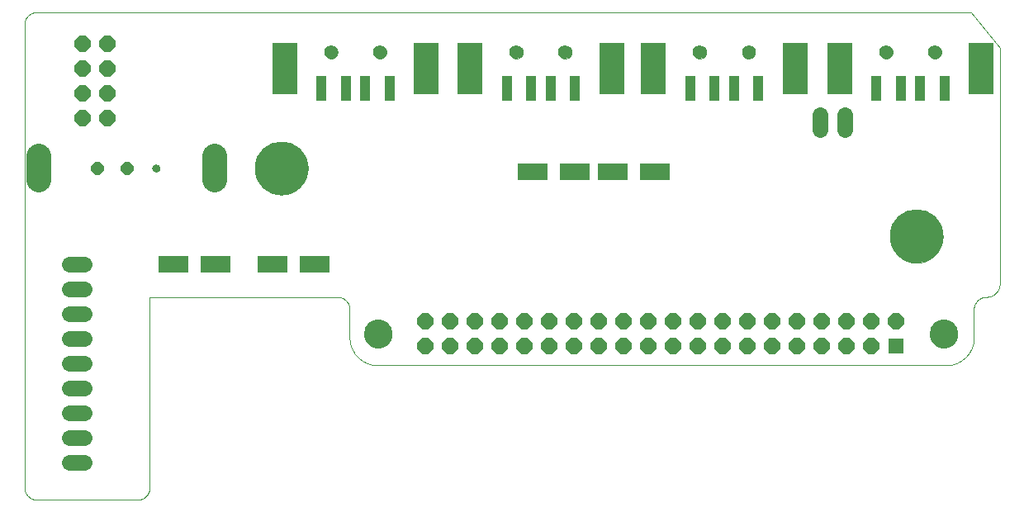
<source format=gbs>
G75*
%MOIN*%
%OFA0B0*%
%FSLAX25Y25*%
%IPPOS*%
%LPD*%
%AMOC8*
5,1,8,0,0,1.08239X$1,22.5*
%
%ADD10C,0.00000*%
%ADD11C,0.21660*%
%ADD12R,0.06400X0.06400*%
%ADD13OC8,0.06400*%
%ADD14C,0.11424*%
%ADD15R,0.12211X0.06699*%
%ADD16C,0.05518*%
%ADD17R,0.03943X0.10243*%
%ADD18R,0.10243X0.20676*%
%ADD19C,0.06400*%
%ADD20OC8,0.05156*%
%ADD21C,0.09849*%
%ADD22C,0.03156*%
D10*
X0009059Y0004256D02*
X0049643Y0004256D01*
X0049783Y0004258D01*
X0049923Y0004264D01*
X0050063Y0004274D01*
X0050203Y0004287D01*
X0050342Y0004305D01*
X0050481Y0004327D01*
X0050618Y0004352D01*
X0050756Y0004381D01*
X0050892Y0004414D01*
X0051027Y0004451D01*
X0051161Y0004492D01*
X0051294Y0004537D01*
X0051426Y0004585D01*
X0051556Y0004637D01*
X0051685Y0004692D01*
X0051812Y0004751D01*
X0051938Y0004814D01*
X0052062Y0004880D01*
X0052183Y0004949D01*
X0052303Y0005022D01*
X0052421Y0005099D01*
X0052536Y0005178D01*
X0052650Y0005261D01*
X0052760Y0005347D01*
X0052869Y0005436D01*
X0052975Y0005528D01*
X0053078Y0005623D01*
X0053179Y0005720D01*
X0053276Y0005821D01*
X0053371Y0005924D01*
X0053463Y0006030D01*
X0053552Y0006139D01*
X0053638Y0006249D01*
X0053721Y0006363D01*
X0053800Y0006478D01*
X0053877Y0006596D01*
X0053950Y0006716D01*
X0054019Y0006837D01*
X0054085Y0006961D01*
X0054148Y0007087D01*
X0054207Y0007214D01*
X0054262Y0007343D01*
X0054314Y0007473D01*
X0054362Y0007605D01*
X0054407Y0007738D01*
X0054448Y0007872D01*
X0054485Y0008007D01*
X0054518Y0008143D01*
X0054547Y0008281D01*
X0054572Y0008418D01*
X0054594Y0008557D01*
X0054612Y0008696D01*
X0054625Y0008836D01*
X0054635Y0008976D01*
X0054641Y0009116D01*
X0054643Y0009256D01*
X0054643Y0086146D01*
X0130358Y0086146D01*
X0130498Y0086144D01*
X0130638Y0086138D01*
X0130778Y0086128D01*
X0130918Y0086115D01*
X0131057Y0086097D01*
X0131196Y0086075D01*
X0131333Y0086050D01*
X0131471Y0086021D01*
X0131607Y0085988D01*
X0131742Y0085951D01*
X0131876Y0085910D01*
X0132009Y0085865D01*
X0132141Y0085817D01*
X0132271Y0085765D01*
X0132400Y0085710D01*
X0132527Y0085651D01*
X0132653Y0085588D01*
X0132777Y0085522D01*
X0132898Y0085453D01*
X0133018Y0085380D01*
X0133136Y0085303D01*
X0133251Y0085224D01*
X0133365Y0085141D01*
X0133475Y0085055D01*
X0133584Y0084966D01*
X0133690Y0084874D01*
X0133793Y0084779D01*
X0133894Y0084682D01*
X0133991Y0084581D01*
X0134086Y0084478D01*
X0134178Y0084372D01*
X0134267Y0084263D01*
X0134353Y0084153D01*
X0134436Y0084039D01*
X0134515Y0083924D01*
X0134592Y0083806D01*
X0134665Y0083686D01*
X0134734Y0083565D01*
X0134800Y0083441D01*
X0134863Y0083315D01*
X0134922Y0083188D01*
X0134977Y0083059D01*
X0135029Y0082929D01*
X0135077Y0082797D01*
X0135122Y0082664D01*
X0135163Y0082530D01*
X0135200Y0082395D01*
X0135233Y0082259D01*
X0135262Y0082121D01*
X0135287Y0081984D01*
X0135309Y0081845D01*
X0135327Y0081706D01*
X0135340Y0081566D01*
X0135350Y0081426D01*
X0135356Y0081286D01*
X0135358Y0081146D01*
X0135358Y0069217D01*
X0135359Y0069216D02*
X0135376Y0068945D01*
X0135400Y0068675D01*
X0135431Y0068405D01*
X0135468Y0068136D01*
X0135512Y0067868D01*
X0135562Y0067601D01*
X0135618Y0067336D01*
X0135681Y0067072D01*
X0135750Y0066809D01*
X0135826Y0066548D01*
X0135908Y0066289D01*
X0135996Y0066033D01*
X0136090Y0065778D01*
X0136191Y0065526D01*
X0136297Y0065276D01*
X0136410Y0065029D01*
X0136528Y0064785D01*
X0136652Y0064543D01*
X0136782Y0064305D01*
X0136918Y0064070D01*
X0137060Y0063838D01*
X0137207Y0063610D01*
X0137359Y0063385D01*
X0137517Y0063164D01*
X0137680Y0062947D01*
X0137849Y0062734D01*
X0138022Y0062525D01*
X0138200Y0062320D01*
X0138384Y0062120D01*
X0138572Y0061924D01*
X0138765Y0061733D01*
X0138962Y0061547D01*
X0139164Y0061365D01*
X0139370Y0061188D01*
X0139580Y0061017D01*
X0139795Y0060850D01*
X0140013Y0060689D01*
X0140236Y0060533D01*
X0140462Y0060382D01*
X0140691Y0060237D01*
X0140924Y0060098D01*
X0141160Y0059964D01*
X0141400Y0059836D01*
X0141642Y0059714D01*
X0141887Y0059597D01*
X0142136Y0059487D01*
X0142386Y0059383D01*
X0142639Y0059284D01*
X0142895Y0059192D01*
X0143152Y0059106D01*
X0143412Y0059027D01*
X0143673Y0058953D01*
X0143936Y0058886D01*
X0144201Y0058826D01*
X0144467Y0058771D01*
X0144734Y0058723D01*
X0145003Y0058682D01*
X0145272Y0058647D01*
X0145542Y0058619D01*
X0145813Y0058597D01*
X0146084Y0058582D01*
X0146355Y0058573D01*
X0146627Y0058571D01*
X0146898Y0058576D01*
X0147170Y0058587D01*
X0147169Y0058587D02*
X0375516Y0058587D01*
X0375515Y0058587D02*
X0375787Y0058576D01*
X0376058Y0058571D01*
X0376330Y0058573D01*
X0376601Y0058582D01*
X0376872Y0058597D01*
X0377143Y0058619D01*
X0377413Y0058647D01*
X0377682Y0058682D01*
X0377951Y0058723D01*
X0378218Y0058771D01*
X0378484Y0058826D01*
X0378749Y0058886D01*
X0379012Y0058953D01*
X0379273Y0059027D01*
X0379533Y0059106D01*
X0379790Y0059192D01*
X0380046Y0059284D01*
X0380299Y0059383D01*
X0380549Y0059487D01*
X0380798Y0059597D01*
X0381043Y0059714D01*
X0381285Y0059836D01*
X0381525Y0059964D01*
X0381761Y0060098D01*
X0381994Y0060237D01*
X0382223Y0060382D01*
X0382449Y0060533D01*
X0382672Y0060689D01*
X0382890Y0060850D01*
X0383105Y0061017D01*
X0383315Y0061188D01*
X0383521Y0061365D01*
X0383723Y0061547D01*
X0383920Y0061733D01*
X0384113Y0061924D01*
X0384301Y0062120D01*
X0384485Y0062320D01*
X0384663Y0062525D01*
X0384836Y0062734D01*
X0385005Y0062947D01*
X0385168Y0063164D01*
X0385326Y0063385D01*
X0385478Y0063610D01*
X0385625Y0063838D01*
X0385767Y0064070D01*
X0385903Y0064305D01*
X0386033Y0064543D01*
X0386157Y0064785D01*
X0386275Y0065029D01*
X0386388Y0065276D01*
X0386494Y0065526D01*
X0386595Y0065778D01*
X0386689Y0066033D01*
X0386777Y0066289D01*
X0386859Y0066548D01*
X0386935Y0066809D01*
X0387004Y0067072D01*
X0387067Y0067336D01*
X0387123Y0067601D01*
X0387173Y0067868D01*
X0387217Y0068136D01*
X0387254Y0068405D01*
X0387285Y0068675D01*
X0387309Y0068945D01*
X0387326Y0069216D01*
X0387327Y0069217D02*
X0387327Y0081146D01*
X0387329Y0081286D01*
X0387335Y0081426D01*
X0387345Y0081566D01*
X0387358Y0081706D01*
X0387376Y0081845D01*
X0387398Y0081984D01*
X0387423Y0082121D01*
X0387452Y0082259D01*
X0387485Y0082395D01*
X0387522Y0082530D01*
X0387563Y0082664D01*
X0387608Y0082797D01*
X0387656Y0082929D01*
X0387708Y0083059D01*
X0387763Y0083188D01*
X0387822Y0083315D01*
X0387885Y0083441D01*
X0387951Y0083565D01*
X0388020Y0083686D01*
X0388093Y0083806D01*
X0388170Y0083924D01*
X0388249Y0084039D01*
X0388332Y0084153D01*
X0388418Y0084263D01*
X0388507Y0084372D01*
X0388599Y0084478D01*
X0388694Y0084581D01*
X0388791Y0084682D01*
X0388892Y0084779D01*
X0388995Y0084874D01*
X0389101Y0084966D01*
X0389210Y0085055D01*
X0389320Y0085141D01*
X0389434Y0085224D01*
X0389549Y0085303D01*
X0389667Y0085380D01*
X0389787Y0085453D01*
X0389908Y0085522D01*
X0390032Y0085588D01*
X0390158Y0085651D01*
X0390285Y0085710D01*
X0390414Y0085765D01*
X0390544Y0085817D01*
X0390676Y0085865D01*
X0390809Y0085910D01*
X0390943Y0085951D01*
X0391078Y0085988D01*
X0391214Y0086021D01*
X0391352Y0086050D01*
X0391489Y0086075D01*
X0391628Y0086097D01*
X0391767Y0086115D01*
X0391907Y0086128D01*
X0392047Y0086138D01*
X0392187Y0086144D01*
X0392327Y0086146D01*
X0392471Y0086145D01*
X0392615Y0086148D01*
X0392759Y0086155D01*
X0392903Y0086167D01*
X0393047Y0086181D01*
X0393190Y0086200D01*
X0393332Y0086223D01*
X0393474Y0086249D01*
X0393615Y0086280D01*
X0393756Y0086314D01*
X0393895Y0086352D01*
X0394033Y0086393D01*
X0394170Y0086439D01*
X0394306Y0086488D01*
X0394440Y0086541D01*
X0394573Y0086597D01*
X0394704Y0086657D01*
X0394834Y0086720D01*
X0394962Y0086787D01*
X0395088Y0086858D01*
X0395212Y0086932D01*
X0395334Y0087009D01*
X0395453Y0087089D01*
X0395571Y0087173D01*
X0395686Y0087260D01*
X0395799Y0087349D01*
X0395910Y0087442D01*
X0396018Y0087538D01*
X0396123Y0087637D01*
X0396225Y0087738D01*
X0396325Y0087843D01*
X0396422Y0087950D01*
X0396516Y0088059D01*
X0396607Y0088171D01*
X0396695Y0088286D01*
X0396780Y0088402D01*
X0396861Y0088522D01*
X0396940Y0088643D01*
X0397015Y0088766D01*
X0397086Y0088891D01*
X0397155Y0089018D01*
X0397219Y0089147D01*
X0397281Y0089278D01*
X0397338Y0089410D01*
X0397392Y0089544D01*
X0397443Y0089679D01*
X0397490Y0089816D01*
X0397533Y0089954D01*
X0397572Y0090093D01*
X0397607Y0090232D01*
X0397639Y0090373D01*
X0397667Y0090515D01*
X0397691Y0090657D01*
X0397711Y0090800D01*
X0397728Y0090943D01*
X0397740Y0091087D01*
X0397748Y0091231D01*
X0397753Y0091376D01*
X0397753Y0091375D02*
X0397753Y0186736D01*
X0386146Y0201106D01*
X0009059Y0201106D01*
X0008919Y0201104D01*
X0008779Y0201098D01*
X0008639Y0201088D01*
X0008499Y0201075D01*
X0008360Y0201057D01*
X0008221Y0201035D01*
X0008084Y0201010D01*
X0007946Y0200981D01*
X0007810Y0200948D01*
X0007675Y0200911D01*
X0007541Y0200870D01*
X0007408Y0200825D01*
X0007276Y0200777D01*
X0007146Y0200725D01*
X0007017Y0200670D01*
X0006890Y0200611D01*
X0006764Y0200548D01*
X0006640Y0200482D01*
X0006519Y0200413D01*
X0006399Y0200340D01*
X0006281Y0200263D01*
X0006166Y0200184D01*
X0006052Y0200101D01*
X0005942Y0200015D01*
X0005833Y0199926D01*
X0005727Y0199834D01*
X0005624Y0199739D01*
X0005523Y0199642D01*
X0005426Y0199541D01*
X0005331Y0199438D01*
X0005239Y0199332D01*
X0005150Y0199223D01*
X0005064Y0199113D01*
X0004981Y0198999D01*
X0004902Y0198884D01*
X0004825Y0198766D01*
X0004752Y0198646D01*
X0004683Y0198525D01*
X0004617Y0198401D01*
X0004554Y0198275D01*
X0004495Y0198148D01*
X0004440Y0198019D01*
X0004388Y0197889D01*
X0004340Y0197757D01*
X0004295Y0197624D01*
X0004254Y0197490D01*
X0004217Y0197355D01*
X0004184Y0197219D01*
X0004155Y0197081D01*
X0004130Y0196944D01*
X0004108Y0196805D01*
X0004090Y0196666D01*
X0004077Y0196526D01*
X0004067Y0196386D01*
X0004061Y0196246D01*
X0004059Y0196106D01*
X0004059Y0009256D01*
X0004061Y0009116D01*
X0004067Y0008976D01*
X0004077Y0008836D01*
X0004090Y0008696D01*
X0004108Y0008557D01*
X0004130Y0008418D01*
X0004155Y0008281D01*
X0004184Y0008143D01*
X0004217Y0008007D01*
X0004254Y0007872D01*
X0004295Y0007738D01*
X0004340Y0007605D01*
X0004388Y0007473D01*
X0004440Y0007343D01*
X0004495Y0007214D01*
X0004554Y0007087D01*
X0004617Y0006961D01*
X0004683Y0006837D01*
X0004752Y0006716D01*
X0004825Y0006596D01*
X0004902Y0006478D01*
X0004981Y0006363D01*
X0005064Y0006249D01*
X0005150Y0006139D01*
X0005239Y0006030D01*
X0005331Y0005924D01*
X0005426Y0005821D01*
X0005523Y0005720D01*
X0005624Y0005623D01*
X0005727Y0005528D01*
X0005833Y0005436D01*
X0005942Y0005347D01*
X0006052Y0005261D01*
X0006166Y0005178D01*
X0006281Y0005099D01*
X0006399Y0005022D01*
X0006519Y0004949D01*
X0006640Y0004880D01*
X0006764Y0004814D01*
X0006890Y0004751D01*
X0007017Y0004692D01*
X0007146Y0004637D01*
X0007276Y0004585D01*
X0007408Y0004537D01*
X0007541Y0004492D01*
X0007675Y0004451D01*
X0007810Y0004414D01*
X0007946Y0004381D01*
X0008084Y0004352D01*
X0008221Y0004327D01*
X0008360Y0004305D01*
X0008499Y0004287D01*
X0008639Y0004274D01*
X0008779Y0004264D01*
X0008919Y0004258D01*
X0009059Y0004256D01*
X0141264Y0071185D02*
X0141266Y0071333D01*
X0141272Y0071481D01*
X0141282Y0071629D01*
X0141296Y0071776D01*
X0141314Y0071923D01*
X0141335Y0072069D01*
X0141361Y0072215D01*
X0141391Y0072360D01*
X0141424Y0072504D01*
X0141462Y0072647D01*
X0141503Y0072789D01*
X0141548Y0072930D01*
X0141596Y0073070D01*
X0141649Y0073209D01*
X0141705Y0073346D01*
X0141765Y0073481D01*
X0141828Y0073615D01*
X0141895Y0073747D01*
X0141966Y0073877D01*
X0142040Y0074005D01*
X0142117Y0074131D01*
X0142198Y0074255D01*
X0142282Y0074377D01*
X0142369Y0074496D01*
X0142460Y0074613D01*
X0142554Y0074728D01*
X0142650Y0074840D01*
X0142750Y0074950D01*
X0142852Y0075056D01*
X0142958Y0075160D01*
X0143066Y0075261D01*
X0143177Y0075359D01*
X0143290Y0075455D01*
X0143406Y0075547D01*
X0143524Y0075636D01*
X0143645Y0075721D01*
X0143768Y0075804D01*
X0143893Y0075883D01*
X0144020Y0075959D01*
X0144149Y0076031D01*
X0144280Y0076100D01*
X0144413Y0076165D01*
X0144548Y0076226D01*
X0144684Y0076284D01*
X0144821Y0076339D01*
X0144960Y0076389D01*
X0145101Y0076436D01*
X0145242Y0076479D01*
X0145385Y0076519D01*
X0145529Y0076554D01*
X0145673Y0076586D01*
X0145819Y0076613D01*
X0145965Y0076637D01*
X0146112Y0076657D01*
X0146259Y0076673D01*
X0146406Y0076685D01*
X0146554Y0076693D01*
X0146702Y0076697D01*
X0146850Y0076697D01*
X0146998Y0076693D01*
X0147146Y0076685D01*
X0147293Y0076673D01*
X0147440Y0076657D01*
X0147587Y0076637D01*
X0147733Y0076613D01*
X0147879Y0076586D01*
X0148023Y0076554D01*
X0148167Y0076519D01*
X0148310Y0076479D01*
X0148451Y0076436D01*
X0148592Y0076389D01*
X0148731Y0076339D01*
X0148868Y0076284D01*
X0149004Y0076226D01*
X0149139Y0076165D01*
X0149272Y0076100D01*
X0149403Y0076031D01*
X0149532Y0075959D01*
X0149659Y0075883D01*
X0149784Y0075804D01*
X0149907Y0075721D01*
X0150028Y0075636D01*
X0150146Y0075547D01*
X0150262Y0075455D01*
X0150375Y0075359D01*
X0150486Y0075261D01*
X0150594Y0075160D01*
X0150700Y0075056D01*
X0150802Y0074950D01*
X0150902Y0074840D01*
X0150998Y0074728D01*
X0151092Y0074613D01*
X0151183Y0074496D01*
X0151270Y0074377D01*
X0151354Y0074255D01*
X0151435Y0074131D01*
X0151512Y0074005D01*
X0151586Y0073877D01*
X0151657Y0073747D01*
X0151724Y0073615D01*
X0151787Y0073481D01*
X0151847Y0073346D01*
X0151903Y0073209D01*
X0151956Y0073070D01*
X0152004Y0072930D01*
X0152049Y0072789D01*
X0152090Y0072647D01*
X0152128Y0072504D01*
X0152161Y0072360D01*
X0152191Y0072215D01*
X0152217Y0072069D01*
X0152238Y0071923D01*
X0152256Y0071776D01*
X0152270Y0071629D01*
X0152280Y0071481D01*
X0152286Y0071333D01*
X0152288Y0071185D01*
X0152286Y0071037D01*
X0152280Y0070889D01*
X0152270Y0070741D01*
X0152256Y0070594D01*
X0152238Y0070447D01*
X0152217Y0070301D01*
X0152191Y0070155D01*
X0152161Y0070010D01*
X0152128Y0069866D01*
X0152090Y0069723D01*
X0152049Y0069581D01*
X0152004Y0069440D01*
X0151956Y0069300D01*
X0151903Y0069161D01*
X0151847Y0069024D01*
X0151787Y0068889D01*
X0151724Y0068755D01*
X0151657Y0068623D01*
X0151586Y0068493D01*
X0151512Y0068365D01*
X0151435Y0068239D01*
X0151354Y0068115D01*
X0151270Y0067993D01*
X0151183Y0067874D01*
X0151092Y0067757D01*
X0150998Y0067642D01*
X0150902Y0067530D01*
X0150802Y0067420D01*
X0150700Y0067314D01*
X0150594Y0067210D01*
X0150486Y0067109D01*
X0150375Y0067011D01*
X0150262Y0066915D01*
X0150146Y0066823D01*
X0150028Y0066734D01*
X0149907Y0066649D01*
X0149784Y0066566D01*
X0149659Y0066487D01*
X0149532Y0066411D01*
X0149403Y0066339D01*
X0149272Y0066270D01*
X0149139Y0066205D01*
X0149004Y0066144D01*
X0148868Y0066086D01*
X0148731Y0066031D01*
X0148592Y0065981D01*
X0148451Y0065934D01*
X0148310Y0065891D01*
X0148167Y0065851D01*
X0148023Y0065816D01*
X0147879Y0065784D01*
X0147733Y0065757D01*
X0147587Y0065733D01*
X0147440Y0065713D01*
X0147293Y0065697D01*
X0147146Y0065685D01*
X0146998Y0065677D01*
X0146850Y0065673D01*
X0146702Y0065673D01*
X0146554Y0065677D01*
X0146406Y0065685D01*
X0146259Y0065697D01*
X0146112Y0065713D01*
X0145965Y0065733D01*
X0145819Y0065757D01*
X0145673Y0065784D01*
X0145529Y0065816D01*
X0145385Y0065851D01*
X0145242Y0065891D01*
X0145101Y0065934D01*
X0144960Y0065981D01*
X0144821Y0066031D01*
X0144684Y0066086D01*
X0144548Y0066144D01*
X0144413Y0066205D01*
X0144280Y0066270D01*
X0144149Y0066339D01*
X0144020Y0066411D01*
X0143893Y0066487D01*
X0143768Y0066566D01*
X0143645Y0066649D01*
X0143524Y0066734D01*
X0143406Y0066823D01*
X0143290Y0066915D01*
X0143177Y0067011D01*
X0143066Y0067109D01*
X0142958Y0067210D01*
X0142852Y0067314D01*
X0142750Y0067420D01*
X0142650Y0067530D01*
X0142554Y0067642D01*
X0142460Y0067757D01*
X0142369Y0067874D01*
X0142282Y0067993D01*
X0142198Y0068115D01*
X0142117Y0068239D01*
X0142040Y0068365D01*
X0141966Y0068493D01*
X0141895Y0068623D01*
X0141828Y0068755D01*
X0141765Y0068889D01*
X0141705Y0069024D01*
X0141649Y0069161D01*
X0141596Y0069300D01*
X0141548Y0069440D01*
X0141503Y0069581D01*
X0141462Y0069723D01*
X0141424Y0069866D01*
X0141391Y0070010D01*
X0141361Y0070155D01*
X0141335Y0070301D01*
X0141314Y0070447D01*
X0141296Y0070594D01*
X0141282Y0070741D01*
X0141272Y0070889D01*
X0141266Y0071037D01*
X0141264Y0071185D01*
X0097169Y0138114D02*
X0097172Y0138375D01*
X0097182Y0138636D01*
X0097198Y0138896D01*
X0097220Y0139156D01*
X0097249Y0139415D01*
X0097284Y0139674D01*
X0097325Y0139931D01*
X0097373Y0140188D01*
X0097427Y0140443D01*
X0097488Y0140697D01*
X0097554Y0140949D01*
X0097627Y0141200D01*
X0097706Y0141448D01*
X0097790Y0141695D01*
X0097881Y0141940D01*
X0097978Y0142182D01*
X0098081Y0142422D01*
X0098190Y0142659D01*
X0098304Y0142893D01*
X0098424Y0143125D01*
X0098550Y0143354D01*
X0098681Y0143579D01*
X0098818Y0143801D01*
X0098960Y0144020D01*
X0099108Y0144235D01*
X0099261Y0144446D01*
X0099419Y0144654D01*
X0099582Y0144858D01*
X0099750Y0145057D01*
X0099923Y0145253D01*
X0100100Y0145444D01*
X0100282Y0145631D01*
X0100469Y0145813D01*
X0100660Y0145990D01*
X0100856Y0146163D01*
X0101055Y0146331D01*
X0101259Y0146494D01*
X0101467Y0146652D01*
X0101678Y0146805D01*
X0101893Y0146953D01*
X0102112Y0147095D01*
X0102334Y0147232D01*
X0102559Y0147363D01*
X0102788Y0147489D01*
X0103020Y0147609D01*
X0103254Y0147723D01*
X0103491Y0147832D01*
X0103731Y0147935D01*
X0103973Y0148032D01*
X0104218Y0148123D01*
X0104465Y0148207D01*
X0104713Y0148286D01*
X0104964Y0148359D01*
X0105216Y0148425D01*
X0105470Y0148486D01*
X0105725Y0148540D01*
X0105982Y0148588D01*
X0106239Y0148629D01*
X0106498Y0148664D01*
X0106757Y0148693D01*
X0107017Y0148715D01*
X0107277Y0148731D01*
X0107538Y0148741D01*
X0107799Y0148744D01*
X0108060Y0148741D01*
X0108321Y0148731D01*
X0108581Y0148715D01*
X0108841Y0148693D01*
X0109100Y0148664D01*
X0109359Y0148629D01*
X0109616Y0148588D01*
X0109873Y0148540D01*
X0110128Y0148486D01*
X0110382Y0148425D01*
X0110634Y0148359D01*
X0110885Y0148286D01*
X0111133Y0148207D01*
X0111380Y0148123D01*
X0111625Y0148032D01*
X0111867Y0147935D01*
X0112107Y0147832D01*
X0112344Y0147723D01*
X0112578Y0147609D01*
X0112810Y0147489D01*
X0113039Y0147363D01*
X0113264Y0147232D01*
X0113486Y0147095D01*
X0113705Y0146953D01*
X0113920Y0146805D01*
X0114131Y0146652D01*
X0114339Y0146494D01*
X0114543Y0146331D01*
X0114742Y0146163D01*
X0114938Y0145990D01*
X0115129Y0145813D01*
X0115316Y0145631D01*
X0115498Y0145444D01*
X0115675Y0145253D01*
X0115848Y0145057D01*
X0116016Y0144858D01*
X0116179Y0144654D01*
X0116337Y0144446D01*
X0116490Y0144235D01*
X0116638Y0144020D01*
X0116780Y0143801D01*
X0116917Y0143579D01*
X0117048Y0143354D01*
X0117174Y0143125D01*
X0117294Y0142893D01*
X0117408Y0142659D01*
X0117517Y0142422D01*
X0117620Y0142182D01*
X0117717Y0141940D01*
X0117808Y0141695D01*
X0117892Y0141448D01*
X0117971Y0141200D01*
X0118044Y0140949D01*
X0118110Y0140697D01*
X0118171Y0140443D01*
X0118225Y0140188D01*
X0118273Y0139931D01*
X0118314Y0139674D01*
X0118349Y0139415D01*
X0118378Y0139156D01*
X0118400Y0138896D01*
X0118416Y0138636D01*
X0118426Y0138375D01*
X0118429Y0138114D01*
X0118426Y0137853D01*
X0118416Y0137592D01*
X0118400Y0137332D01*
X0118378Y0137072D01*
X0118349Y0136813D01*
X0118314Y0136554D01*
X0118273Y0136297D01*
X0118225Y0136040D01*
X0118171Y0135785D01*
X0118110Y0135531D01*
X0118044Y0135279D01*
X0117971Y0135028D01*
X0117892Y0134780D01*
X0117808Y0134533D01*
X0117717Y0134288D01*
X0117620Y0134046D01*
X0117517Y0133806D01*
X0117408Y0133569D01*
X0117294Y0133335D01*
X0117174Y0133103D01*
X0117048Y0132874D01*
X0116917Y0132649D01*
X0116780Y0132427D01*
X0116638Y0132208D01*
X0116490Y0131993D01*
X0116337Y0131782D01*
X0116179Y0131574D01*
X0116016Y0131370D01*
X0115848Y0131171D01*
X0115675Y0130975D01*
X0115498Y0130784D01*
X0115316Y0130597D01*
X0115129Y0130415D01*
X0114938Y0130238D01*
X0114742Y0130065D01*
X0114543Y0129897D01*
X0114339Y0129734D01*
X0114131Y0129576D01*
X0113920Y0129423D01*
X0113705Y0129275D01*
X0113486Y0129133D01*
X0113264Y0128996D01*
X0113039Y0128865D01*
X0112810Y0128739D01*
X0112578Y0128619D01*
X0112344Y0128505D01*
X0112107Y0128396D01*
X0111867Y0128293D01*
X0111625Y0128196D01*
X0111380Y0128105D01*
X0111133Y0128021D01*
X0110885Y0127942D01*
X0110634Y0127869D01*
X0110382Y0127803D01*
X0110128Y0127742D01*
X0109873Y0127688D01*
X0109616Y0127640D01*
X0109359Y0127599D01*
X0109100Y0127564D01*
X0108841Y0127535D01*
X0108581Y0127513D01*
X0108321Y0127497D01*
X0108060Y0127487D01*
X0107799Y0127484D01*
X0107538Y0127487D01*
X0107277Y0127497D01*
X0107017Y0127513D01*
X0106757Y0127535D01*
X0106498Y0127564D01*
X0106239Y0127599D01*
X0105982Y0127640D01*
X0105725Y0127688D01*
X0105470Y0127742D01*
X0105216Y0127803D01*
X0104964Y0127869D01*
X0104713Y0127942D01*
X0104465Y0128021D01*
X0104218Y0128105D01*
X0103973Y0128196D01*
X0103731Y0128293D01*
X0103491Y0128396D01*
X0103254Y0128505D01*
X0103020Y0128619D01*
X0102788Y0128739D01*
X0102559Y0128865D01*
X0102334Y0128996D01*
X0102112Y0129133D01*
X0101893Y0129275D01*
X0101678Y0129423D01*
X0101467Y0129576D01*
X0101259Y0129734D01*
X0101055Y0129897D01*
X0100856Y0130065D01*
X0100660Y0130238D01*
X0100469Y0130415D01*
X0100282Y0130597D01*
X0100100Y0130784D01*
X0099923Y0130975D01*
X0099750Y0131171D01*
X0099582Y0131370D01*
X0099419Y0131574D01*
X0099261Y0131782D01*
X0099108Y0131993D01*
X0098960Y0132208D01*
X0098818Y0132427D01*
X0098681Y0132649D01*
X0098550Y0132874D01*
X0098424Y0133103D01*
X0098304Y0133335D01*
X0098190Y0133569D01*
X0098081Y0133806D01*
X0097978Y0134046D01*
X0097881Y0134288D01*
X0097790Y0134533D01*
X0097706Y0134780D01*
X0097627Y0135028D01*
X0097554Y0135279D01*
X0097488Y0135531D01*
X0097427Y0135785D01*
X0097373Y0136040D01*
X0097325Y0136297D01*
X0097284Y0136554D01*
X0097249Y0136813D01*
X0097220Y0137072D01*
X0097198Y0137332D01*
X0097182Y0137592D01*
X0097172Y0137853D01*
X0097169Y0138114D01*
X0055824Y0138114D02*
X0055826Y0138188D01*
X0055832Y0138262D01*
X0055842Y0138335D01*
X0055856Y0138408D01*
X0055873Y0138480D01*
X0055895Y0138550D01*
X0055920Y0138620D01*
X0055949Y0138688D01*
X0055982Y0138754D01*
X0056018Y0138819D01*
X0056058Y0138881D01*
X0056100Y0138942D01*
X0056146Y0139000D01*
X0056195Y0139055D01*
X0056247Y0139108D01*
X0056302Y0139158D01*
X0056359Y0139204D01*
X0056419Y0139248D01*
X0056481Y0139288D01*
X0056545Y0139325D01*
X0056611Y0139359D01*
X0056679Y0139389D01*
X0056748Y0139415D01*
X0056819Y0139438D01*
X0056890Y0139456D01*
X0056963Y0139471D01*
X0057036Y0139482D01*
X0057110Y0139489D01*
X0057184Y0139492D01*
X0057257Y0139491D01*
X0057331Y0139486D01*
X0057405Y0139477D01*
X0057478Y0139464D01*
X0057550Y0139447D01*
X0057621Y0139427D01*
X0057691Y0139402D01*
X0057759Y0139374D01*
X0057826Y0139343D01*
X0057891Y0139307D01*
X0057954Y0139269D01*
X0058015Y0139227D01*
X0058074Y0139181D01*
X0058130Y0139133D01*
X0058183Y0139082D01*
X0058233Y0139028D01*
X0058281Y0138971D01*
X0058325Y0138912D01*
X0058367Y0138850D01*
X0058405Y0138787D01*
X0058439Y0138721D01*
X0058470Y0138654D01*
X0058497Y0138585D01*
X0058520Y0138515D01*
X0058540Y0138444D01*
X0058556Y0138371D01*
X0058568Y0138298D01*
X0058576Y0138225D01*
X0058580Y0138151D01*
X0058580Y0138077D01*
X0058576Y0138003D01*
X0058568Y0137930D01*
X0058556Y0137857D01*
X0058540Y0137784D01*
X0058520Y0137713D01*
X0058497Y0137643D01*
X0058470Y0137574D01*
X0058439Y0137507D01*
X0058405Y0137441D01*
X0058367Y0137378D01*
X0058325Y0137316D01*
X0058281Y0137257D01*
X0058233Y0137200D01*
X0058183Y0137146D01*
X0058130Y0137095D01*
X0058074Y0137047D01*
X0058015Y0137001D01*
X0057954Y0136959D01*
X0057891Y0136921D01*
X0057826Y0136885D01*
X0057759Y0136854D01*
X0057691Y0136826D01*
X0057621Y0136801D01*
X0057550Y0136781D01*
X0057478Y0136764D01*
X0057405Y0136751D01*
X0057331Y0136742D01*
X0057257Y0136737D01*
X0057184Y0136736D01*
X0057110Y0136739D01*
X0057036Y0136746D01*
X0056963Y0136757D01*
X0056890Y0136772D01*
X0056819Y0136790D01*
X0056748Y0136813D01*
X0056679Y0136839D01*
X0056611Y0136869D01*
X0056545Y0136903D01*
X0056481Y0136940D01*
X0056419Y0136980D01*
X0056359Y0137024D01*
X0056302Y0137070D01*
X0056247Y0137120D01*
X0056195Y0137173D01*
X0056146Y0137228D01*
X0056100Y0137286D01*
X0056058Y0137347D01*
X0056018Y0137409D01*
X0055982Y0137474D01*
X0055949Y0137540D01*
X0055920Y0137608D01*
X0055895Y0137678D01*
X0055873Y0137748D01*
X0055856Y0137820D01*
X0055842Y0137893D01*
X0055832Y0137966D01*
X0055826Y0138040D01*
X0055824Y0138114D01*
X0125319Y0184965D02*
X0125321Y0185066D01*
X0125327Y0185167D01*
X0125337Y0185268D01*
X0125351Y0185368D01*
X0125369Y0185467D01*
X0125391Y0185566D01*
X0125416Y0185664D01*
X0125446Y0185761D01*
X0125479Y0185856D01*
X0125516Y0185950D01*
X0125557Y0186043D01*
X0125601Y0186134D01*
X0125649Y0186223D01*
X0125701Y0186310D01*
X0125756Y0186395D01*
X0125814Y0186477D01*
X0125875Y0186558D01*
X0125940Y0186636D01*
X0126007Y0186711D01*
X0126077Y0186783D01*
X0126151Y0186853D01*
X0126227Y0186920D01*
X0126305Y0186984D01*
X0126386Y0187044D01*
X0126469Y0187101D01*
X0126555Y0187155D01*
X0126643Y0187206D01*
X0126732Y0187253D01*
X0126823Y0187297D01*
X0126916Y0187336D01*
X0127011Y0187373D01*
X0127106Y0187405D01*
X0127203Y0187434D01*
X0127302Y0187458D01*
X0127400Y0187479D01*
X0127500Y0187496D01*
X0127600Y0187509D01*
X0127701Y0187518D01*
X0127802Y0187523D01*
X0127903Y0187524D01*
X0128004Y0187521D01*
X0128105Y0187514D01*
X0128206Y0187503D01*
X0128306Y0187488D01*
X0128405Y0187469D01*
X0128504Y0187446D01*
X0128601Y0187420D01*
X0128698Y0187389D01*
X0128793Y0187355D01*
X0128886Y0187317D01*
X0128979Y0187275D01*
X0129069Y0187230D01*
X0129158Y0187181D01*
X0129244Y0187129D01*
X0129328Y0187073D01*
X0129411Y0187014D01*
X0129490Y0186952D01*
X0129568Y0186887D01*
X0129642Y0186819D01*
X0129714Y0186747D01*
X0129783Y0186674D01*
X0129849Y0186597D01*
X0129912Y0186518D01*
X0129972Y0186436D01*
X0130028Y0186352D01*
X0130081Y0186266D01*
X0130131Y0186178D01*
X0130177Y0186088D01*
X0130220Y0185997D01*
X0130259Y0185903D01*
X0130294Y0185808D01*
X0130325Y0185712D01*
X0130353Y0185615D01*
X0130377Y0185517D01*
X0130397Y0185418D01*
X0130413Y0185318D01*
X0130425Y0185217D01*
X0130433Y0185117D01*
X0130437Y0185016D01*
X0130437Y0184914D01*
X0130433Y0184813D01*
X0130425Y0184713D01*
X0130413Y0184612D01*
X0130397Y0184512D01*
X0130377Y0184413D01*
X0130353Y0184315D01*
X0130325Y0184218D01*
X0130294Y0184122D01*
X0130259Y0184027D01*
X0130220Y0183933D01*
X0130177Y0183842D01*
X0130131Y0183752D01*
X0130081Y0183664D01*
X0130028Y0183578D01*
X0129972Y0183494D01*
X0129912Y0183412D01*
X0129849Y0183333D01*
X0129783Y0183256D01*
X0129714Y0183183D01*
X0129642Y0183111D01*
X0129568Y0183043D01*
X0129490Y0182978D01*
X0129411Y0182916D01*
X0129328Y0182857D01*
X0129244Y0182801D01*
X0129157Y0182749D01*
X0129069Y0182700D01*
X0128979Y0182655D01*
X0128886Y0182613D01*
X0128793Y0182575D01*
X0128698Y0182541D01*
X0128601Y0182510D01*
X0128504Y0182484D01*
X0128405Y0182461D01*
X0128306Y0182442D01*
X0128206Y0182427D01*
X0128105Y0182416D01*
X0128004Y0182409D01*
X0127903Y0182406D01*
X0127802Y0182407D01*
X0127701Y0182412D01*
X0127600Y0182421D01*
X0127500Y0182434D01*
X0127400Y0182451D01*
X0127302Y0182472D01*
X0127203Y0182496D01*
X0127106Y0182525D01*
X0127011Y0182557D01*
X0126916Y0182594D01*
X0126823Y0182633D01*
X0126732Y0182677D01*
X0126643Y0182724D01*
X0126555Y0182775D01*
X0126469Y0182829D01*
X0126386Y0182886D01*
X0126305Y0182946D01*
X0126227Y0183010D01*
X0126151Y0183077D01*
X0126077Y0183147D01*
X0126007Y0183219D01*
X0125940Y0183294D01*
X0125875Y0183372D01*
X0125814Y0183453D01*
X0125756Y0183535D01*
X0125701Y0183620D01*
X0125649Y0183707D01*
X0125601Y0183796D01*
X0125557Y0183887D01*
X0125516Y0183980D01*
X0125479Y0184074D01*
X0125446Y0184169D01*
X0125416Y0184266D01*
X0125391Y0184364D01*
X0125369Y0184463D01*
X0125351Y0184562D01*
X0125337Y0184662D01*
X0125327Y0184763D01*
X0125321Y0184864D01*
X0125319Y0184965D01*
X0145004Y0184965D02*
X0145006Y0185066D01*
X0145012Y0185167D01*
X0145022Y0185268D01*
X0145036Y0185368D01*
X0145054Y0185467D01*
X0145076Y0185566D01*
X0145101Y0185664D01*
X0145131Y0185761D01*
X0145164Y0185856D01*
X0145201Y0185950D01*
X0145242Y0186043D01*
X0145286Y0186134D01*
X0145334Y0186223D01*
X0145386Y0186310D01*
X0145441Y0186395D01*
X0145499Y0186477D01*
X0145560Y0186558D01*
X0145625Y0186636D01*
X0145692Y0186711D01*
X0145762Y0186783D01*
X0145836Y0186853D01*
X0145912Y0186920D01*
X0145990Y0186984D01*
X0146071Y0187044D01*
X0146154Y0187101D01*
X0146240Y0187155D01*
X0146328Y0187206D01*
X0146417Y0187253D01*
X0146508Y0187297D01*
X0146601Y0187336D01*
X0146696Y0187373D01*
X0146791Y0187405D01*
X0146888Y0187434D01*
X0146987Y0187458D01*
X0147085Y0187479D01*
X0147185Y0187496D01*
X0147285Y0187509D01*
X0147386Y0187518D01*
X0147487Y0187523D01*
X0147588Y0187524D01*
X0147689Y0187521D01*
X0147790Y0187514D01*
X0147891Y0187503D01*
X0147991Y0187488D01*
X0148090Y0187469D01*
X0148189Y0187446D01*
X0148286Y0187420D01*
X0148383Y0187389D01*
X0148478Y0187355D01*
X0148571Y0187317D01*
X0148664Y0187275D01*
X0148754Y0187230D01*
X0148843Y0187181D01*
X0148929Y0187129D01*
X0149013Y0187073D01*
X0149096Y0187014D01*
X0149175Y0186952D01*
X0149253Y0186887D01*
X0149327Y0186819D01*
X0149399Y0186747D01*
X0149468Y0186674D01*
X0149534Y0186597D01*
X0149597Y0186518D01*
X0149657Y0186436D01*
X0149713Y0186352D01*
X0149766Y0186266D01*
X0149816Y0186178D01*
X0149862Y0186088D01*
X0149905Y0185997D01*
X0149944Y0185903D01*
X0149979Y0185808D01*
X0150010Y0185712D01*
X0150038Y0185615D01*
X0150062Y0185517D01*
X0150082Y0185418D01*
X0150098Y0185318D01*
X0150110Y0185217D01*
X0150118Y0185117D01*
X0150122Y0185016D01*
X0150122Y0184914D01*
X0150118Y0184813D01*
X0150110Y0184713D01*
X0150098Y0184612D01*
X0150082Y0184512D01*
X0150062Y0184413D01*
X0150038Y0184315D01*
X0150010Y0184218D01*
X0149979Y0184122D01*
X0149944Y0184027D01*
X0149905Y0183933D01*
X0149862Y0183842D01*
X0149816Y0183752D01*
X0149766Y0183664D01*
X0149713Y0183578D01*
X0149657Y0183494D01*
X0149597Y0183412D01*
X0149534Y0183333D01*
X0149468Y0183256D01*
X0149399Y0183183D01*
X0149327Y0183111D01*
X0149253Y0183043D01*
X0149175Y0182978D01*
X0149096Y0182916D01*
X0149013Y0182857D01*
X0148929Y0182801D01*
X0148842Y0182749D01*
X0148754Y0182700D01*
X0148664Y0182655D01*
X0148571Y0182613D01*
X0148478Y0182575D01*
X0148383Y0182541D01*
X0148286Y0182510D01*
X0148189Y0182484D01*
X0148090Y0182461D01*
X0147991Y0182442D01*
X0147891Y0182427D01*
X0147790Y0182416D01*
X0147689Y0182409D01*
X0147588Y0182406D01*
X0147487Y0182407D01*
X0147386Y0182412D01*
X0147285Y0182421D01*
X0147185Y0182434D01*
X0147085Y0182451D01*
X0146987Y0182472D01*
X0146888Y0182496D01*
X0146791Y0182525D01*
X0146696Y0182557D01*
X0146601Y0182594D01*
X0146508Y0182633D01*
X0146417Y0182677D01*
X0146328Y0182724D01*
X0146240Y0182775D01*
X0146154Y0182829D01*
X0146071Y0182886D01*
X0145990Y0182946D01*
X0145912Y0183010D01*
X0145836Y0183077D01*
X0145762Y0183147D01*
X0145692Y0183219D01*
X0145625Y0183294D01*
X0145560Y0183372D01*
X0145499Y0183453D01*
X0145441Y0183535D01*
X0145386Y0183620D01*
X0145334Y0183707D01*
X0145286Y0183796D01*
X0145242Y0183887D01*
X0145201Y0183980D01*
X0145164Y0184074D01*
X0145131Y0184169D01*
X0145101Y0184266D01*
X0145076Y0184364D01*
X0145054Y0184463D01*
X0145036Y0184562D01*
X0145022Y0184662D01*
X0145012Y0184763D01*
X0145006Y0184864D01*
X0145004Y0184965D01*
X0200122Y0184965D02*
X0200124Y0185066D01*
X0200130Y0185167D01*
X0200140Y0185268D01*
X0200154Y0185368D01*
X0200172Y0185467D01*
X0200194Y0185566D01*
X0200219Y0185664D01*
X0200249Y0185761D01*
X0200282Y0185856D01*
X0200319Y0185950D01*
X0200360Y0186043D01*
X0200404Y0186134D01*
X0200452Y0186223D01*
X0200504Y0186310D01*
X0200559Y0186395D01*
X0200617Y0186477D01*
X0200678Y0186558D01*
X0200743Y0186636D01*
X0200810Y0186711D01*
X0200880Y0186783D01*
X0200954Y0186853D01*
X0201030Y0186920D01*
X0201108Y0186984D01*
X0201189Y0187044D01*
X0201272Y0187101D01*
X0201358Y0187155D01*
X0201446Y0187206D01*
X0201535Y0187253D01*
X0201626Y0187297D01*
X0201719Y0187336D01*
X0201814Y0187373D01*
X0201909Y0187405D01*
X0202006Y0187434D01*
X0202105Y0187458D01*
X0202203Y0187479D01*
X0202303Y0187496D01*
X0202403Y0187509D01*
X0202504Y0187518D01*
X0202605Y0187523D01*
X0202706Y0187524D01*
X0202807Y0187521D01*
X0202908Y0187514D01*
X0203009Y0187503D01*
X0203109Y0187488D01*
X0203208Y0187469D01*
X0203307Y0187446D01*
X0203404Y0187420D01*
X0203501Y0187389D01*
X0203596Y0187355D01*
X0203689Y0187317D01*
X0203782Y0187275D01*
X0203872Y0187230D01*
X0203961Y0187181D01*
X0204047Y0187129D01*
X0204131Y0187073D01*
X0204214Y0187014D01*
X0204293Y0186952D01*
X0204371Y0186887D01*
X0204445Y0186819D01*
X0204517Y0186747D01*
X0204586Y0186674D01*
X0204652Y0186597D01*
X0204715Y0186518D01*
X0204775Y0186436D01*
X0204831Y0186352D01*
X0204884Y0186266D01*
X0204934Y0186178D01*
X0204980Y0186088D01*
X0205023Y0185997D01*
X0205062Y0185903D01*
X0205097Y0185808D01*
X0205128Y0185712D01*
X0205156Y0185615D01*
X0205180Y0185517D01*
X0205200Y0185418D01*
X0205216Y0185318D01*
X0205228Y0185217D01*
X0205236Y0185117D01*
X0205240Y0185016D01*
X0205240Y0184914D01*
X0205236Y0184813D01*
X0205228Y0184713D01*
X0205216Y0184612D01*
X0205200Y0184512D01*
X0205180Y0184413D01*
X0205156Y0184315D01*
X0205128Y0184218D01*
X0205097Y0184122D01*
X0205062Y0184027D01*
X0205023Y0183933D01*
X0204980Y0183842D01*
X0204934Y0183752D01*
X0204884Y0183664D01*
X0204831Y0183578D01*
X0204775Y0183494D01*
X0204715Y0183412D01*
X0204652Y0183333D01*
X0204586Y0183256D01*
X0204517Y0183183D01*
X0204445Y0183111D01*
X0204371Y0183043D01*
X0204293Y0182978D01*
X0204214Y0182916D01*
X0204131Y0182857D01*
X0204047Y0182801D01*
X0203960Y0182749D01*
X0203872Y0182700D01*
X0203782Y0182655D01*
X0203689Y0182613D01*
X0203596Y0182575D01*
X0203501Y0182541D01*
X0203404Y0182510D01*
X0203307Y0182484D01*
X0203208Y0182461D01*
X0203109Y0182442D01*
X0203009Y0182427D01*
X0202908Y0182416D01*
X0202807Y0182409D01*
X0202706Y0182406D01*
X0202605Y0182407D01*
X0202504Y0182412D01*
X0202403Y0182421D01*
X0202303Y0182434D01*
X0202203Y0182451D01*
X0202105Y0182472D01*
X0202006Y0182496D01*
X0201909Y0182525D01*
X0201814Y0182557D01*
X0201719Y0182594D01*
X0201626Y0182633D01*
X0201535Y0182677D01*
X0201446Y0182724D01*
X0201358Y0182775D01*
X0201272Y0182829D01*
X0201189Y0182886D01*
X0201108Y0182946D01*
X0201030Y0183010D01*
X0200954Y0183077D01*
X0200880Y0183147D01*
X0200810Y0183219D01*
X0200743Y0183294D01*
X0200678Y0183372D01*
X0200617Y0183453D01*
X0200559Y0183535D01*
X0200504Y0183620D01*
X0200452Y0183707D01*
X0200404Y0183796D01*
X0200360Y0183887D01*
X0200319Y0183980D01*
X0200282Y0184074D01*
X0200249Y0184169D01*
X0200219Y0184266D01*
X0200194Y0184364D01*
X0200172Y0184463D01*
X0200154Y0184562D01*
X0200140Y0184662D01*
X0200130Y0184763D01*
X0200124Y0184864D01*
X0200122Y0184965D01*
X0219807Y0184965D02*
X0219809Y0185066D01*
X0219815Y0185167D01*
X0219825Y0185268D01*
X0219839Y0185368D01*
X0219857Y0185467D01*
X0219879Y0185566D01*
X0219904Y0185664D01*
X0219934Y0185761D01*
X0219967Y0185856D01*
X0220004Y0185950D01*
X0220045Y0186043D01*
X0220089Y0186134D01*
X0220137Y0186223D01*
X0220189Y0186310D01*
X0220244Y0186395D01*
X0220302Y0186477D01*
X0220363Y0186558D01*
X0220428Y0186636D01*
X0220495Y0186711D01*
X0220565Y0186783D01*
X0220639Y0186853D01*
X0220715Y0186920D01*
X0220793Y0186984D01*
X0220874Y0187044D01*
X0220957Y0187101D01*
X0221043Y0187155D01*
X0221131Y0187206D01*
X0221220Y0187253D01*
X0221311Y0187297D01*
X0221404Y0187336D01*
X0221499Y0187373D01*
X0221594Y0187405D01*
X0221691Y0187434D01*
X0221790Y0187458D01*
X0221888Y0187479D01*
X0221988Y0187496D01*
X0222088Y0187509D01*
X0222189Y0187518D01*
X0222290Y0187523D01*
X0222391Y0187524D01*
X0222492Y0187521D01*
X0222593Y0187514D01*
X0222694Y0187503D01*
X0222794Y0187488D01*
X0222893Y0187469D01*
X0222992Y0187446D01*
X0223089Y0187420D01*
X0223186Y0187389D01*
X0223281Y0187355D01*
X0223374Y0187317D01*
X0223467Y0187275D01*
X0223557Y0187230D01*
X0223646Y0187181D01*
X0223732Y0187129D01*
X0223816Y0187073D01*
X0223899Y0187014D01*
X0223978Y0186952D01*
X0224056Y0186887D01*
X0224130Y0186819D01*
X0224202Y0186747D01*
X0224271Y0186674D01*
X0224337Y0186597D01*
X0224400Y0186518D01*
X0224460Y0186436D01*
X0224516Y0186352D01*
X0224569Y0186266D01*
X0224619Y0186178D01*
X0224665Y0186088D01*
X0224708Y0185997D01*
X0224747Y0185903D01*
X0224782Y0185808D01*
X0224813Y0185712D01*
X0224841Y0185615D01*
X0224865Y0185517D01*
X0224885Y0185418D01*
X0224901Y0185318D01*
X0224913Y0185217D01*
X0224921Y0185117D01*
X0224925Y0185016D01*
X0224925Y0184914D01*
X0224921Y0184813D01*
X0224913Y0184713D01*
X0224901Y0184612D01*
X0224885Y0184512D01*
X0224865Y0184413D01*
X0224841Y0184315D01*
X0224813Y0184218D01*
X0224782Y0184122D01*
X0224747Y0184027D01*
X0224708Y0183933D01*
X0224665Y0183842D01*
X0224619Y0183752D01*
X0224569Y0183664D01*
X0224516Y0183578D01*
X0224460Y0183494D01*
X0224400Y0183412D01*
X0224337Y0183333D01*
X0224271Y0183256D01*
X0224202Y0183183D01*
X0224130Y0183111D01*
X0224056Y0183043D01*
X0223978Y0182978D01*
X0223899Y0182916D01*
X0223816Y0182857D01*
X0223732Y0182801D01*
X0223645Y0182749D01*
X0223557Y0182700D01*
X0223467Y0182655D01*
X0223374Y0182613D01*
X0223281Y0182575D01*
X0223186Y0182541D01*
X0223089Y0182510D01*
X0222992Y0182484D01*
X0222893Y0182461D01*
X0222794Y0182442D01*
X0222694Y0182427D01*
X0222593Y0182416D01*
X0222492Y0182409D01*
X0222391Y0182406D01*
X0222290Y0182407D01*
X0222189Y0182412D01*
X0222088Y0182421D01*
X0221988Y0182434D01*
X0221888Y0182451D01*
X0221790Y0182472D01*
X0221691Y0182496D01*
X0221594Y0182525D01*
X0221499Y0182557D01*
X0221404Y0182594D01*
X0221311Y0182633D01*
X0221220Y0182677D01*
X0221131Y0182724D01*
X0221043Y0182775D01*
X0220957Y0182829D01*
X0220874Y0182886D01*
X0220793Y0182946D01*
X0220715Y0183010D01*
X0220639Y0183077D01*
X0220565Y0183147D01*
X0220495Y0183219D01*
X0220428Y0183294D01*
X0220363Y0183372D01*
X0220302Y0183453D01*
X0220244Y0183535D01*
X0220189Y0183620D01*
X0220137Y0183707D01*
X0220089Y0183796D01*
X0220045Y0183887D01*
X0220004Y0183980D01*
X0219967Y0184074D01*
X0219934Y0184169D01*
X0219904Y0184266D01*
X0219879Y0184364D01*
X0219857Y0184463D01*
X0219839Y0184562D01*
X0219825Y0184662D01*
X0219815Y0184763D01*
X0219809Y0184864D01*
X0219807Y0184965D01*
X0274138Y0184965D02*
X0274140Y0185066D01*
X0274146Y0185167D01*
X0274156Y0185268D01*
X0274170Y0185368D01*
X0274188Y0185467D01*
X0274210Y0185566D01*
X0274235Y0185664D01*
X0274265Y0185761D01*
X0274298Y0185856D01*
X0274335Y0185950D01*
X0274376Y0186043D01*
X0274420Y0186134D01*
X0274468Y0186223D01*
X0274520Y0186310D01*
X0274575Y0186395D01*
X0274633Y0186477D01*
X0274694Y0186558D01*
X0274759Y0186636D01*
X0274826Y0186711D01*
X0274896Y0186783D01*
X0274970Y0186853D01*
X0275046Y0186920D01*
X0275124Y0186984D01*
X0275205Y0187044D01*
X0275288Y0187101D01*
X0275374Y0187155D01*
X0275462Y0187206D01*
X0275551Y0187253D01*
X0275642Y0187297D01*
X0275735Y0187336D01*
X0275830Y0187373D01*
X0275925Y0187405D01*
X0276022Y0187434D01*
X0276121Y0187458D01*
X0276219Y0187479D01*
X0276319Y0187496D01*
X0276419Y0187509D01*
X0276520Y0187518D01*
X0276621Y0187523D01*
X0276722Y0187524D01*
X0276823Y0187521D01*
X0276924Y0187514D01*
X0277025Y0187503D01*
X0277125Y0187488D01*
X0277224Y0187469D01*
X0277323Y0187446D01*
X0277420Y0187420D01*
X0277517Y0187389D01*
X0277612Y0187355D01*
X0277705Y0187317D01*
X0277798Y0187275D01*
X0277888Y0187230D01*
X0277977Y0187181D01*
X0278063Y0187129D01*
X0278147Y0187073D01*
X0278230Y0187014D01*
X0278309Y0186952D01*
X0278387Y0186887D01*
X0278461Y0186819D01*
X0278533Y0186747D01*
X0278602Y0186674D01*
X0278668Y0186597D01*
X0278731Y0186518D01*
X0278791Y0186436D01*
X0278847Y0186352D01*
X0278900Y0186266D01*
X0278950Y0186178D01*
X0278996Y0186088D01*
X0279039Y0185997D01*
X0279078Y0185903D01*
X0279113Y0185808D01*
X0279144Y0185712D01*
X0279172Y0185615D01*
X0279196Y0185517D01*
X0279216Y0185418D01*
X0279232Y0185318D01*
X0279244Y0185217D01*
X0279252Y0185117D01*
X0279256Y0185016D01*
X0279256Y0184914D01*
X0279252Y0184813D01*
X0279244Y0184713D01*
X0279232Y0184612D01*
X0279216Y0184512D01*
X0279196Y0184413D01*
X0279172Y0184315D01*
X0279144Y0184218D01*
X0279113Y0184122D01*
X0279078Y0184027D01*
X0279039Y0183933D01*
X0278996Y0183842D01*
X0278950Y0183752D01*
X0278900Y0183664D01*
X0278847Y0183578D01*
X0278791Y0183494D01*
X0278731Y0183412D01*
X0278668Y0183333D01*
X0278602Y0183256D01*
X0278533Y0183183D01*
X0278461Y0183111D01*
X0278387Y0183043D01*
X0278309Y0182978D01*
X0278230Y0182916D01*
X0278147Y0182857D01*
X0278063Y0182801D01*
X0277976Y0182749D01*
X0277888Y0182700D01*
X0277798Y0182655D01*
X0277705Y0182613D01*
X0277612Y0182575D01*
X0277517Y0182541D01*
X0277420Y0182510D01*
X0277323Y0182484D01*
X0277224Y0182461D01*
X0277125Y0182442D01*
X0277025Y0182427D01*
X0276924Y0182416D01*
X0276823Y0182409D01*
X0276722Y0182406D01*
X0276621Y0182407D01*
X0276520Y0182412D01*
X0276419Y0182421D01*
X0276319Y0182434D01*
X0276219Y0182451D01*
X0276121Y0182472D01*
X0276022Y0182496D01*
X0275925Y0182525D01*
X0275830Y0182557D01*
X0275735Y0182594D01*
X0275642Y0182633D01*
X0275551Y0182677D01*
X0275462Y0182724D01*
X0275374Y0182775D01*
X0275288Y0182829D01*
X0275205Y0182886D01*
X0275124Y0182946D01*
X0275046Y0183010D01*
X0274970Y0183077D01*
X0274896Y0183147D01*
X0274826Y0183219D01*
X0274759Y0183294D01*
X0274694Y0183372D01*
X0274633Y0183453D01*
X0274575Y0183535D01*
X0274520Y0183620D01*
X0274468Y0183707D01*
X0274420Y0183796D01*
X0274376Y0183887D01*
X0274335Y0183980D01*
X0274298Y0184074D01*
X0274265Y0184169D01*
X0274235Y0184266D01*
X0274210Y0184364D01*
X0274188Y0184463D01*
X0274170Y0184562D01*
X0274156Y0184662D01*
X0274146Y0184763D01*
X0274140Y0184864D01*
X0274138Y0184965D01*
X0293823Y0184965D02*
X0293825Y0185066D01*
X0293831Y0185167D01*
X0293841Y0185268D01*
X0293855Y0185368D01*
X0293873Y0185467D01*
X0293895Y0185566D01*
X0293920Y0185664D01*
X0293950Y0185761D01*
X0293983Y0185856D01*
X0294020Y0185950D01*
X0294061Y0186043D01*
X0294105Y0186134D01*
X0294153Y0186223D01*
X0294205Y0186310D01*
X0294260Y0186395D01*
X0294318Y0186477D01*
X0294379Y0186558D01*
X0294444Y0186636D01*
X0294511Y0186711D01*
X0294581Y0186783D01*
X0294655Y0186853D01*
X0294731Y0186920D01*
X0294809Y0186984D01*
X0294890Y0187044D01*
X0294973Y0187101D01*
X0295059Y0187155D01*
X0295147Y0187206D01*
X0295236Y0187253D01*
X0295327Y0187297D01*
X0295420Y0187336D01*
X0295515Y0187373D01*
X0295610Y0187405D01*
X0295707Y0187434D01*
X0295806Y0187458D01*
X0295904Y0187479D01*
X0296004Y0187496D01*
X0296104Y0187509D01*
X0296205Y0187518D01*
X0296306Y0187523D01*
X0296407Y0187524D01*
X0296508Y0187521D01*
X0296609Y0187514D01*
X0296710Y0187503D01*
X0296810Y0187488D01*
X0296909Y0187469D01*
X0297008Y0187446D01*
X0297105Y0187420D01*
X0297202Y0187389D01*
X0297297Y0187355D01*
X0297390Y0187317D01*
X0297483Y0187275D01*
X0297573Y0187230D01*
X0297662Y0187181D01*
X0297748Y0187129D01*
X0297832Y0187073D01*
X0297915Y0187014D01*
X0297994Y0186952D01*
X0298072Y0186887D01*
X0298146Y0186819D01*
X0298218Y0186747D01*
X0298287Y0186674D01*
X0298353Y0186597D01*
X0298416Y0186518D01*
X0298476Y0186436D01*
X0298532Y0186352D01*
X0298585Y0186266D01*
X0298635Y0186178D01*
X0298681Y0186088D01*
X0298724Y0185997D01*
X0298763Y0185903D01*
X0298798Y0185808D01*
X0298829Y0185712D01*
X0298857Y0185615D01*
X0298881Y0185517D01*
X0298901Y0185418D01*
X0298917Y0185318D01*
X0298929Y0185217D01*
X0298937Y0185117D01*
X0298941Y0185016D01*
X0298941Y0184914D01*
X0298937Y0184813D01*
X0298929Y0184713D01*
X0298917Y0184612D01*
X0298901Y0184512D01*
X0298881Y0184413D01*
X0298857Y0184315D01*
X0298829Y0184218D01*
X0298798Y0184122D01*
X0298763Y0184027D01*
X0298724Y0183933D01*
X0298681Y0183842D01*
X0298635Y0183752D01*
X0298585Y0183664D01*
X0298532Y0183578D01*
X0298476Y0183494D01*
X0298416Y0183412D01*
X0298353Y0183333D01*
X0298287Y0183256D01*
X0298218Y0183183D01*
X0298146Y0183111D01*
X0298072Y0183043D01*
X0297994Y0182978D01*
X0297915Y0182916D01*
X0297832Y0182857D01*
X0297748Y0182801D01*
X0297661Y0182749D01*
X0297573Y0182700D01*
X0297483Y0182655D01*
X0297390Y0182613D01*
X0297297Y0182575D01*
X0297202Y0182541D01*
X0297105Y0182510D01*
X0297008Y0182484D01*
X0296909Y0182461D01*
X0296810Y0182442D01*
X0296710Y0182427D01*
X0296609Y0182416D01*
X0296508Y0182409D01*
X0296407Y0182406D01*
X0296306Y0182407D01*
X0296205Y0182412D01*
X0296104Y0182421D01*
X0296004Y0182434D01*
X0295904Y0182451D01*
X0295806Y0182472D01*
X0295707Y0182496D01*
X0295610Y0182525D01*
X0295515Y0182557D01*
X0295420Y0182594D01*
X0295327Y0182633D01*
X0295236Y0182677D01*
X0295147Y0182724D01*
X0295059Y0182775D01*
X0294973Y0182829D01*
X0294890Y0182886D01*
X0294809Y0182946D01*
X0294731Y0183010D01*
X0294655Y0183077D01*
X0294581Y0183147D01*
X0294511Y0183219D01*
X0294444Y0183294D01*
X0294379Y0183372D01*
X0294318Y0183453D01*
X0294260Y0183535D01*
X0294205Y0183620D01*
X0294153Y0183707D01*
X0294105Y0183796D01*
X0294061Y0183887D01*
X0294020Y0183980D01*
X0293983Y0184074D01*
X0293950Y0184169D01*
X0293920Y0184266D01*
X0293895Y0184364D01*
X0293873Y0184463D01*
X0293855Y0184562D01*
X0293841Y0184662D01*
X0293831Y0184763D01*
X0293825Y0184864D01*
X0293823Y0184965D01*
X0349335Y0184965D02*
X0349337Y0185066D01*
X0349343Y0185167D01*
X0349353Y0185268D01*
X0349367Y0185368D01*
X0349385Y0185467D01*
X0349407Y0185566D01*
X0349432Y0185664D01*
X0349462Y0185761D01*
X0349495Y0185856D01*
X0349532Y0185950D01*
X0349573Y0186043D01*
X0349617Y0186134D01*
X0349665Y0186223D01*
X0349717Y0186310D01*
X0349772Y0186395D01*
X0349830Y0186477D01*
X0349891Y0186558D01*
X0349956Y0186636D01*
X0350023Y0186711D01*
X0350093Y0186783D01*
X0350167Y0186853D01*
X0350243Y0186920D01*
X0350321Y0186984D01*
X0350402Y0187044D01*
X0350485Y0187101D01*
X0350571Y0187155D01*
X0350659Y0187206D01*
X0350748Y0187253D01*
X0350839Y0187297D01*
X0350932Y0187336D01*
X0351027Y0187373D01*
X0351122Y0187405D01*
X0351219Y0187434D01*
X0351318Y0187458D01*
X0351416Y0187479D01*
X0351516Y0187496D01*
X0351616Y0187509D01*
X0351717Y0187518D01*
X0351818Y0187523D01*
X0351919Y0187524D01*
X0352020Y0187521D01*
X0352121Y0187514D01*
X0352222Y0187503D01*
X0352322Y0187488D01*
X0352421Y0187469D01*
X0352520Y0187446D01*
X0352617Y0187420D01*
X0352714Y0187389D01*
X0352809Y0187355D01*
X0352902Y0187317D01*
X0352995Y0187275D01*
X0353085Y0187230D01*
X0353174Y0187181D01*
X0353260Y0187129D01*
X0353344Y0187073D01*
X0353427Y0187014D01*
X0353506Y0186952D01*
X0353584Y0186887D01*
X0353658Y0186819D01*
X0353730Y0186747D01*
X0353799Y0186674D01*
X0353865Y0186597D01*
X0353928Y0186518D01*
X0353988Y0186436D01*
X0354044Y0186352D01*
X0354097Y0186266D01*
X0354147Y0186178D01*
X0354193Y0186088D01*
X0354236Y0185997D01*
X0354275Y0185903D01*
X0354310Y0185808D01*
X0354341Y0185712D01*
X0354369Y0185615D01*
X0354393Y0185517D01*
X0354413Y0185418D01*
X0354429Y0185318D01*
X0354441Y0185217D01*
X0354449Y0185117D01*
X0354453Y0185016D01*
X0354453Y0184914D01*
X0354449Y0184813D01*
X0354441Y0184713D01*
X0354429Y0184612D01*
X0354413Y0184512D01*
X0354393Y0184413D01*
X0354369Y0184315D01*
X0354341Y0184218D01*
X0354310Y0184122D01*
X0354275Y0184027D01*
X0354236Y0183933D01*
X0354193Y0183842D01*
X0354147Y0183752D01*
X0354097Y0183664D01*
X0354044Y0183578D01*
X0353988Y0183494D01*
X0353928Y0183412D01*
X0353865Y0183333D01*
X0353799Y0183256D01*
X0353730Y0183183D01*
X0353658Y0183111D01*
X0353584Y0183043D01*
X0353506Y0182978D01*
X0353427Y0182916D01*
X0353344Y0182857D01*
X0353260Y0182801D01*
X0353173Y0182749D01*
X0353085Y0182700D01*
X0352995Y0182655D01*
X0352902Y0182613D01*
X0352809Y0182575D01*
X0352714Y0182541D01*
X0352617Y0182510D01*
X0352520Y0182484D01*
X0352421Y0182461D01*
X0352322Y0182442D01*
X0352222Y0182427D01*
X0352121Y0182416D01*
X0352020Y0182409D01*
X0351919Y0182406D01*
X0351818Y0182407D01*
X0351717Y0182412D01*
X0351616Y0182421D01*
X0351516Y0182434D01*
X0351416Y0182451D01*
X0351318Y0182472D01*
X0351219Y0182496D01*
X0351122Y0182525D01*
X0351027Y0182557D01*
X0350932Y0182594D01*
X0350839Y0182633D01*
X0350748Y0182677D01*
X0350659Y0182724D01*
X0350571Y0182775D01*
X0350485Y0182829D01*
X0350402Y0182886D01*
X0350321Y0182946D01*
X0350243Y0183010D01*
X0350167Y0183077D01*
X0350093Y0183147D01*
X0350023Y0183219D01*
X0349956Y0183294D01*
X0349891Y0183372D01*
X0349830Y0183453D01*
X0349772Y0183535D01*
X0349717Y0183620D01*
X0349665Y0183707D01*
X0349617Y0183796D01*
X0349573Y0183887D01*
X0349532Y0183980D01*
X0349495Y0184074D01*
X0349462Y0184169D01*
X0349432Y0184266D01*
X0349407Y0184364D01*
X0349385Y0184463D01*
X0349367Y0184562D01*
X0349353Y0184662D01*
X0349343Y0184763D01*
X0349337Y0184864D01*
X0349335Y0184965D01*
X0369020Y0184965D02*
X0369022Y0185066D01*
X0369028Y0185167D01*
X0369038Y0185268D01*
X0369052Y0185368D01*
X0369070Y0185467D01*
X0369092Y0185566D01*
X0369117Y0185664D01*
X0369147Y0185761D01*
X0369180Y0185856D01*
X0369217Y0185950D01*
X0369258Y0186043D01*
X0369302Y0186134D01*
X0369350Y0186223D01*
X0369402Y0186310D01*
X0369457Y0186395D01*
X0369515Y0186477D01*
X0369576Y0186558D01*
X0369641Y0186636D01*
X0369708Y0186711D01*
X0369778Y0186783D01*
X0369852Y0186853D01*
X0369928Y0186920D01*
X0370006Y0186984D01*
X0370087Y0187044D01*
X0370170Y0187101D01*
X0370256Y0187155D01*
X0370344Y0187206D01*
X0370433Y0187253D01*
X0370524Y0187297D01*
X0370617Y0187336D01*
X0370712Y0187373D01*
X0370807Y0187405D01*
X0370904Y0187434D01*
X0371003Y0187458D01*
X0371101Y0187479D01*
X0371201Y0187496D01*
X0371301Y0187509D01*
X0371402Y0187518D01*
X0371503Y0187523D01*
X0371604Y0187524D01*
X0371705Y0187521D01*
X0371806Y0187514D01*
X0371907Y0187503D01*
X0372007Y0187488D01*
X0372106Y0187469D01*
X0372205Y0187446D01*
X0372302Y0187420D01*
X0372399Y0187389D01*
X0372494Y0187355D01*
X0372587Y0187317D01*
X0372680Y0187275D01*
X0372770Y0187230D01*
X0372859Y0187181D01*
X0372945Y0187129D01*
X0373029Y0187073D01*
X0373112Y0187014D01*
X0373191Y0186952D01*
X0373269Y0186887D01*
X0373343Y0186819D01*
X0373415Y0186747D01*
X0373484Y0186674D01*
X0373550Y0186597D01*
X0373613Y0186518D01*
X0373673Y0186436D01*
X0373729Y0186352D01*
X0373782Y0186266D01*
X0373832Y0186178D01*
X0373878Y0186088D01*
X0373921Y0185997D01*
X0373960Y0185903D01*
X0373995Y0185808D01*
X0374026Y0185712D01*
X0374054Y0185615D01*
X0374078Y0185517D01*
X0374098Y0185418D01*
X0374114Y0185318D01*
X0374126Y0185217D01*
X0374134Y0185117D01*
X0374138Y0185016D01*
X0374138Y0184914D01*
X0374134Y0184813D01*
X0374126Y0184713D01*
X0374114Y0184612D01*
X0374098Y0184512D01*
X0374078Y0184413D01*
X0374054Y0184315D01*
X0374026Y0184218D01*
X0373995Y0184122D01*
X0373960Y0184027D01*
X0373921Y0183933D01*
X0373878Y0183842D01*
X0373832Y0183752D01*
X0373782Y0183664D01*
X0373729Y0183578D01*
X0373673Y0183494D01*
X0373613Y0183412D01*
X0373550Y0183333D01*
X0373484Y0183256D01*
X0373415Y0183183D01*
X0373343Y0183111D01*
X0373269Y0183043D01*
X0373191Y0182978D01*
X0373112Y0182916D01*
X0373029Y0182857D01*
X0372945Y0182801D01*
X0372858Y0182749D01*
X0372770Y0182700D01*
X0372680Y0182655D01*
X0372587Y0182613D01*
X0372494Y0182575D01*
X0372399Y0182541D01*
X0372302Y0182510D01*
X0372205Y0182484D01*
X0372106Y0182461D01*
X0372007Y0182442D01*
X0371907Y0182427D01*
X0371806Y0182416D01*
X0371705Y0182409D01*
X0371604Y0182406D01*
X0371503Y0182407D01*
X0371402Y0182412D01*
X0371301Y0182421D01*
X0371201Y0182434D01*
X0371101Y0182451D01*
X0371003Y0182472D01*
X0370904Y0182496D01*
X0370807Y0182525D01*
X0370712Y0182557D01*
X0370617Y0182594D01*
X0370524Y0182633D01*
X0370433Y0182677D01*
X0370344Y0182724D01*
X0370256Y0182775D01*
X0370170Y0182829D01*
X0370087Y0182886D01*
X0370006Y0182946D01*
X0369928Y0183010D01*
X0369852Y0183077D01*
X0369778Y0183147D01*
X0369708Y0183219D01*
X0369641Y0183294D01*
X0369576Y0183372D01*
X0369515Y0183453D01*
X0369457Y0183535D01*
X0369402Y0183620D01*
X0369350Y0183707D01*
X0369302Y0183796D01*
X0369258Y0183887D01*
X0369217Y0183980D01*
X0369180Y0184074D01*
X0369147Y0184169D01*
X0369117Y0184266D01*
X0369092Y0184364D01*
X0369070Y0184463D01*
X0369052Y0184562D01*
X0369038Y0184662D01*
X0369028Y0184763D01*
X0369022Y0184864D01*
X0369020Y0184965D01*
X0353468Y0110555D02*
X0353471Y0110816D01*
X0353481Y0111077D01*
X0353497Y0111337D01*
X0353519Y0111597D01*
X0353548Y0111856D01*
X0353583Y0112115D01*
X0353624Y0112372D01*
X0353672Y0112629D01*
X0353726Y0112884D01*
X0353787Y0113138D01*
X0353853Y0113390D01*
X0353926Y0113641D01*
X0354005Y0113889D01*
X0354089Y0114136D01*
X0354180Y0114381D01*
X0354277Y0114623D01*
X0354380Y0114863D01*
X0354489Y0115100D01*
X0354603Y0115334D01*
X0354723Y0115566D01*
X0354849Y0115795D01*
X0354980Y0116020D01*
X0355117Y0116242D01*
X0355259Y0116461D01*
X0355407Y0116676D01*
X0355560Y0116887D01*
X0355718Y0117095D01*
X0355881Y0117299D01*
X0356049Y0117498D01*
X0356222Y0117694D01*
X0356399Y0117885D01*
X0356581Y0118072D01*
X0356768Y0118254D01*
X0356959Y0118431D01*
X0357155Y0118604D01*
X0357354Y0118772D01*
X0357558Y0118935D01*
X0357766Y0119093D01*
X0357977Y0119246D01*
X0358192Y0119394D01*
X0358411Y0119536D01*
X0358633Y0119673D01*
X0358858Y0119804D01*
X0359087Y0119930D01*
X0359319Y0120050D01*
X0359553Y0120164D01*
X0359790Y0120273D01*
X0360030Y0120376D01*
X0360272Y0120473D01*
X0360517Y0120564D01*
X0360764Y0120648D01*
X0361012Y0120727D01*
X0361263Y0120800D01*
X0361515Y0120866D01*
X0361769Y0120927D01*
X0362024Y0120981D01*
X0362281Y0121029D01*
X0362538Y0121070D01*
X0362797Y0121105D01*
X0363056Y0121134D01*
X0363316Y0121156D01*
X0363576Y0121172D01*
X0363837Y0121182D01*
X0364098Y0121185D01*
X0364359Y0121182D01*
X0364620Y0121172D01*
X0364880Y0121156D01*
X0365140Y0121134D01*
X0365399Y0121105D01*
X0365658Y0121070D01*
X0365915Y0121029D01*
X0366172Y0120981D01*
X0366427Y0120927D01*
X0366681Y0120866D01*
X0366933Y0120800D01*
X0367184Y0120727D01*
X0367432Y0120648D01*
X0367679Y0120564D01*
X0367924Y0120473D01*
X0368166Y0120376D01*
X0368406Y0120273D01*
X0368643Y0120164D01*
X0368877Y0120050D01*
X0369109Y0119930D01*
X0369338Y0119804D01*
X0369563Y0119673D01*
X0369785Y0119536D01*
X0370004Y0119394D01*
X0370219Y0119246D01*
X0370430Y0119093D01*
X0370638Y0118935D01*
X0370842Y0118772D01*
X0371041Y0118604D01*
X0371237Y0118431D01*
X0371428Y0118254D01*
X0371615Y0118072D01*
X0371797Y0117885D01*
X0371974Y0117694D01*
X0372147Y0117498D01*
X0372315Y0117299D01*
X0372478Y0117095D01*
X0372636Y0116887D01*
X0372789Y0116676D01*
X0372937Y0116461D01*
X0373079Y0116242D01*
X0373216Y0116020D01*
X0373347Y0115795D01*
X0373473Y0115566D01*
X0373593Y0115334D01*
X0373707Y0115100D01*
X0373816Y0114863D01*
X0373919Y0114623D01*
X0374016Y0114381D01*
X0374107Y0114136D01*
X0374191Y0113889D01*
X0374270Y0113641D01*
X0374343Y0113390D01*
X0374409Y0113138D01*
X0374470Y0112884D01*
X0374524Y0112629D01*
X0374572Y0112372D01*
X0374613Y0112115D01*
X0374648Y0111856D01*
X0374677Y0111597D01*
X0374699Y0111337D01*
X0374715Y0111077D01*
X0374725Y0110816D01*
X0374728Y0110555D01*
X0374725Y0110294D01*
X0374715Y0110033D01*
X0374699Y0109773D01*
X0374677Y0109513D01*
X0374648Y0109254D01*
X0374613Y0108995D01*
X0374572Y0108738D01*
X0374524Y0108481D01*
X0374470Y0108226D01*
X0374409Y0107972D01*
X0374343Y0107720D01*
X0374270Y0107469D01*
X0374191Y0107221D01*
X0374107Y0106974D01*
X0374016Y0106729D01*
X0373919Y0106487D01*
X0373816Y0106247D01*
X0373707Y0106010D01*
X0373593Y0105776D01*
X0373473Y0105544D01*
X0373347Y0105315D01*
X0373216Y0105090D01*
X0373079Y0104868D01*
X0372937Y0104649D01*
X0372789Y0104434D01*
X0372636Y0104223D01*
X0372478Y0104015D01*
X0372315Y0103811D01*
X0372147Y0103612D01*
X0371974Y0103416D01*
X0371797Y0103225D01*
X0371615Y0103038D01*
X0371428Y0102856D01*
X0371237Y0102679D01*
X0371041Y0102506D01*
X0370842Y0102338D01*
X0370638Y0102175D01*
X0370430Y0102017D01*
X0370219Y0101864D01*
X0370004Y0101716D01*
X0369785Y0101574D01*
X0369563Y0101437D01*
X0369338Y0101306D01*
X0369109Y0101180D01*
X0368877Y0101060D01*
X0368643Y0100946D01*
X0368406Y0100837D01*
X0368166Y0100734D01*
X0367924Y0100637D01*
X0367679Y0100546D01*
X0367432Y0100462D01*
X0367184Y0100383D01*
X0366933Y0100310D01*
X0366681Y0100244D01*
X0366427Y0100183D01*
X0366172Y0100129D01*
X0365915Y0100081D01*
X0365658Y0100040D01*
X0365399Y0100005D01*
X0365140Y0099976D01*
X0364880Y0099954D01*
X0364620Y0099938D01*
X0364359Y0099928D01*
X0364098Y0099925D01*
X0363837Y0099928D01*
X0363576Y0099938D01*
X0363316Y0099954D01*
X0363056Y0099976D01*
X0362797Y0100005D01*
X0362538Y0100040D01*
X0362281Y0100081D01*
X0362024Y0100129D01*
X0361769Y0100183D01*
X0361515Y0100244D01*
X0361263Y0100310D01*
X0361012Y0100383D01*
X0360764Y0100462D01*
X0360517Y0100546D01*
X0360272Y0100637D01*
X0360030Y0100734D01*
X0359790Y0100837D01*
X0359553Y0100946D01*
X0359319Y0101060D01*
X0359087Y0101180D01*
X0358858Y0101306D01*
X0358633Y0101437D01*
X0358411Y0101574D01*
X0358192Y0101716D01*
X0357977Y0101864D01*
X0357766Y0102017D01*
X0357558Y0102175D01*
X0357354Y0102338D01*
X0357155Y0102506D01*
X0356959Y0102679D01*
X0356768Y0102856D01*
X0356581Y0103038D01*
X0356399Y0103225D01*
X0356222Y0103416D01*
X0356049Y0103612D01*
X0355881Y0103811D01*
X0355718Y0104015D01*
X0355560Y0104223D01*
X0355407Y0104434D01*
X0355259Y0104649D01*
X0355117Y0104868D01*
X0354980Y0105090D01*
X0354849Y0105315D01*
X0354723Y0105544D01*
X0354603Y0105776D01*
X0354489Y0106010D01*
X0354380Y0106247D01*
X0354277Y0106487D01*
X0354180Y0106729D01*
X0354089Y0106974D01*
X0354005Y0107221D01*
X0353926Y0107469D01*
X0353853Y0107720D01*
X0353787Y0107972D01*
X0353726Y0108226D01*
X0353672Y0108481D01*
X0353624Y0108738D01*
X0353583Y0108995D01*
X0353548Y0109254D01*
X0353519Y0109513D01*
X0353497Y0109773D01*
X0353481Y0110033D01*
X0353471Y0110294D01*
X0353468Y0110555D01*
X0369610Y0071185D02*
X0369612Y0071333D01*
X0369618Y0071481D01*
X0369628Y0071629D01*
X0369642Y0071776D01*
X0369660Y0071923D01*
X0369681Y0072069D01*
X0369707Y0072215D01*
X0369737Y0072360D01*
X0369770Y0072504D01*
X0369808Y0072647D01*
X0369849Y0072789D01*
X0369894Y0072930D01*
X0369942Y0073070D01*
X0369995Y0073209D01*
X0370051Y0073346D01*
X0370111Y0073481D01*
X0370174Y0073615D01*
X0370241Y0073747D01*
X0370312Y0073877D01*
X0370386Y0074005D01*
X0370463Y0074131D01*
X0370544Y0074255D01*
X0370628Y0074377D01*
X0370715Y0074496D01*
X0370806Y0074613D01*
X0370900Y0074728D01*
X0370996Y0074840D01*
X0371096Y0074950D01*
X0371198Y0075056D01*
X0371304Y0075160D01*
X0371412Y0075261D01*
X0371523Y0075359D01*
X0371636Y0075455D01*
X0371752Y0075547D01*
X0371870Y0075636D01*
X0371991Y0075721D01*
X0372114Y0075804D01*
X0372239Y0075883D01*
X0372366Y0075959D01*
X0372495Y0076031D01*
X0372626Y0076100D01*
X0372759Y0076165D01*
X0372894Y0076226D01*
X0373030Y0076284D01*
X0373167Y0076339D01*
X0373306Y0076389D01*
X0373447Y0076436D01*
X0373588Y0076479D01*
X0373731Y0076519D01*
X0373875Y0076554D01*
X0374019Y0076586D01*
X0374165Y0076613D01*
X0374311Y0076637D01*
X0374458Y0076657D01*
X0374605Y0076673D01*
X0374752Y0076685D01*
X0374900Y0076693D01*
X0375048Y0076697D01*
X0375196Y0076697D01*
X0375344Y0076693D01*
X0375492Y0076685D01*
X0375639Y0076673D01*
X0375786Y0076657D01*
X0375933Y0076637D01*
X0376079Y0076613D01*
X0376225Y0076586D01*
X0376369Y0076554D01*
X0376513Y0076519D01*
X0376656Y0076479D01*
X0376797Y0076436D01*
X0376938Y0076389D01*
X0377077Y0076339D01*
X0377214Y0076284D01*
X0377350Y0076226D01*
X0377485Y0076165D01*
X0377618Y0076100D01*
X0377749Y0076031D01*
X0377878Y0075959D01*
X0378005Y0075883D01*
X0378130Y0075804D01*
X0378253Y0075721D01*
X0378374Y0075636D01*
X0378492Y0075547D01*
X0378608Y0075455D01*
X0378721Y0075359D01*
X0378832Y0075261D01*
X0378940Y0075160D01*
X0379046Y0075056D01*
X0379148Y0074950D01*
X0379248Y0074840D01*
X0379344Y0074728D01*
X0379438Y0074613D01*
X0379529Y0074496D01*
X0379616Y0074377D01*
X0379700Y0074255D01*
X0379781Y0074131D01*
X0379858Y0074005D01*
X0379932Y0073877D01*
X0380003Y0073747D01*
X0380070Y0073615D01*
X0380133Y0073481D01*
X0380193Y0073346D01*
X0380249Y0073209D01*
X0380302Y0073070D01*
X0380350Y0072930D01*
X0380395Y0072789D01*
X0380436Y0072647D01*
X0380474Y0072504D01*
X0380507Y0072360D01*
X0380537Y0072215D01*
X0380563Y0072069D01*
X0380584Y0071923D01*
X0380602Y0071776D01*
X0380616Y0071629D01*
X0380626Y0071481D01*
X0380632Y0071333D01*
X0380634Y0071185D01*
X0380632Y0071037D01*
X0380626Y0070889D01*
X0380616Y0070741D01*
X0380602Y0070594D01*
X0380584Y0070447D01*
X0380563Y0070301D01*
X0380537Y0070155D01*
X0380507Y0070010D01*
X0380474Y0069866D01*
X0380436Y0069723D01*
X0380395Y0069581D01*
X0380350Y0069440D01*
X0380302Y0069300D01*
X0380249Y0069161D01*
X0380193Y0069024D01*
X0380133Y0068889D01*
X0380070Y0068755D01*
X0380003Y0068623D01*
X0379932Y0068493D01*
X0379858Y0068365D01*
X0379781Y0068239D01*
X0379700Y0068115D01*
X0379616Y0067993D01*
X0379529Y0067874D01*
X0379438Y0067757D01*
X0379344Y0067642D01*
X0379248Y0067530D01*
X0379148Y0067420D01*
X0379046Y0067314D01*
X0378940Y0067210D01*
X0378832Y0067109D01*
X0378721Y0067011D01*
X0378608Y0066915D01*
X0378492Y0066823D01*
X0378374Y0066734D01*
X0378253Y0066649D01*
X0378130Y0066566D01*
X0378005Y0066487D01*
X0377878Y0066411D01*
X0377749Y0066339D01*
X0377618Y0066270D01*
X0377485Y0066205D01*
X0377350Y0066144D01*
X0377214Y0066086D01*
X0377077Y0066031D01*
X0376938Y0065981D01*
X0376797Y0065934D01*
X0376656Y0065891D01*
X0376513Y0065851D01*
X0376369Y0065816D01*
X0376225Y0065784D01*
X0376079Y0065757D01*
X0375933Y0065733D01*
X0375786Y0065713D01*
X0375639Y0065697D01*
X0375492Y0065685D01*
X0375344Y0065677D01*
X0375196Y0065673D01*
X0375048Y0065673D01*
X0374900Y0065677D01*
X0374752Y0065685D01*
X0374605Y0065697D01*
X0374458Y0065713D01*
X0374311Y0065733D01*
X0374165Y0065757D01*
X0374019Y0065784D01*
X0373875Y0065816D01*
X0373731Y0065851D01*
X0373588Y0065891D01*
X0373447Y0065934D01*
X0373306Y0065981D01*
X0373167Y0066031D01*
X0373030Y0066086D01*
X0372894Y0066144D01*
X0372759Y0066205D01*
X0372626Y0066270D01*
X0372495Y0066339D01*
X0372366Y0066411D01*
X0372239Y0066487D01*
X0372114Y0066566D01*
X0371991Y0066649D01*
X0371870Y0066734D01*
X0371752Y0066823D01*
X0371636Y0066915D01*
X0371523Y0067011D01*
X0371412Y0067109D01*
X0371304Y0067210D01*
X0371198Y0067314D01*
X0371096Y0067420D01*
X0370996Y0067530D01*
X0370900Y0067642D01*
X0370806Y0067757D01*
X0370715Y0067874D01*
X0370628Y0067993D01*
X0370544Y0068115D01*
X0370463Y0068239D01*
X0370386Y0068365D01*
X0370312Y0068493D01*
X0370241Y0068623D01*
X0370174Y0068755D01*
X0370111Y0068889D01*
X0370051Y0069024D01*
X0369995Y0069161D01*
X0369942Y0069300D01*
X0369894Y0069440D01*
X0369849Y0069581D01*
X0369808Y0069723D01*
X0369770Y0069866D01*
X0369737Y0070010D01*
X0369707Y0070155D01*
X0369681Y0070301D01*
X0369660Y0070447D01*
X0369642Y0070594D01*
X0369628Y0070741D01*
X0369618Y0070889D01*
X0369612Y0071037D01*
X0369610Y0071185D01*
D11*
X0364098Y0110555D03*
X0107799Y0138114D03*
D12*
X0355949Y0066185D03*
D13*
X0345949Y0066185D03*
X0335949Y0066185D03*
X0325949Y0066185D03*
X0315949Y0066185D03*
X0305949Y0066185D03*
X0295949Y0066185D03*
X0285949Y0066185D03*
X0275949Y0066185D03*
X0265949Y0066185D03*
X0255949Y0066185D03*
X0245949Y0066185D03*
X0235949Y0066185D03*
X0225949Y0066185D03*
X0215949Y0066185D03*
X0205949Y0066185D03*
X0195949Y0066185D03*
X0185949Y0066185D03*
X0175949Y0066185D03*
X0165949Y0066185D03*
X0165949Y0076185D03*
X0175949Y0076185D03*
X0185949Y0076185D03*
X0195949Y0076185D03*
X0205949Y0076185D03*
X0215949Y0076185D03*
X0225949Y0076185D03*
X0235949Y0076185D03*
X0245949Y0076185D03*
X0255949Y0076185D03*
X0265949Y0076185D03*
X0275949Y0076185D03*
X0285949Y0076185D03*
X0295949Y0076185D03*
X0305949Y0076185D03*
X0315949Y0076185D03*
X0325949Y0076185D03*
X0335949Y0076185D03*
X0345949Y0076185D03*
X0355949Y0076185D03*
X0037635Y0158193D03*
X0027635Y0158193D03*
X0027635Y0168193D03*
X0037635Y0168193D03*
X0037635Y0178193D03*
X0027635Y0178193D03*
X0027635Y0188193D03*
X0037635Y0188193D03*
D14*
X0146776Y0071185D03*
X0375122Y0071185D03*
D15*
X0258600Y0136756D03*
X0241671Y0136756D03*
X0226100Y0136756D03*
X0209171Y0136756D03*
X0121100Y0099256D03*
X0104171Y0099256D03*
X0081100Y0099256D03*
X0064171Y0099256D03*
D16*
X0127878Y0184965D03*
X0147563Y0184965D03*
X0202681Y0184965D03*
X0222366Y0184965D03*
X0276697Y0184965D03*
X0296382Y0184965D03*
X0351894Y0184965D03*
X0371579Y0184965D03*
D17*
X0375516Y0170398D03*
X0365673Y0170398D03*
X0357799Y0170398D03*
X0347957Y0170398D03*
X0300319Y0170398D03*
X0290476Y0170398D03*
X0282602Y0170398D03*
X0272760Y0170398D03*
X0226303Y0170398D03*
X0216461Y0170398D03*
X0208587Y0170398D03*
X0198744Y0170398D03*
X0151500Y0170398D03*
X0141657Y0170398D03*
X0133783Y0170398D03*
X0123941Y0170398D03*
D18*
X0109177Y0178173D03*
X0166264Y0178173D03*
X0183980Y0178173D03*
X0241067Y0178173D03*
X0257996Y0178173D03*
X0315083Y0178173D03*
X0333193Y0178173D03*
X0390280Y0178173D03*
D19*
X0335135Y0159756D02*
X0335135Y0153756D01*
X0325135Y0153756D02*
X0325135Y0159756D01*
X0028135Y0099256D02*
X0022135Y0099256D01*
X0022135Y0089256D02*
X0028135Y0089256D01*
X0028135Y0079256D02*
X0022135Y0079256D01*
X0022135Y0069256D02*
X0028135Y0069256D01*
X0028135Y0059256D02*
X0022135Y0059256D01*
X0022135Y0049256D02*
X0028135Y0049256D01*
X0028135Y0039256D02*
X0022135Y0039256D01*
X0022135Y0029256D02*
X0028135Y0029256D01*
X0028135Y0019256D02*
X0022135Y0019256D01*
D20*
X0033580Y0138114D03*
X0045391Y0138114D03*
D21*
X0080824Y0142839D02*
X0080824Y0133390D01*
X0009958Y0133390D02*
X0009958Y0142839D01*
D22*
X0057202Y0138114D03*
M02*

</source>
